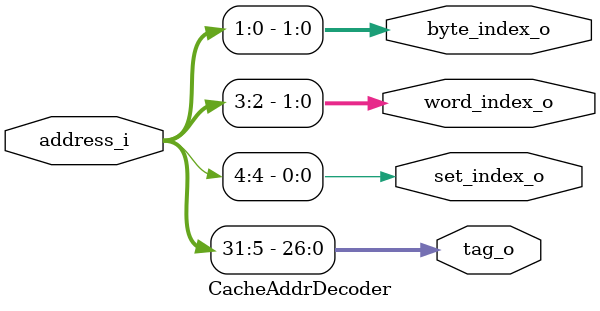
<source format=sv>
module CacheAddrDecoder #(
    // C (in words)
    parameter WORD_CAPACITY = 8,
    // b (in words)
    parameter WORDS_PER_BLOCK = 4,
    // N (1 <= N <= B)
    parameter WAY_COUNT = 1,
    // B
    localparam BLOCK_COUNT = WORD_CAPACITY/WORDS_PER_BLOCK,
    // S
    localparam SET_COUNT = BLOCK_COUNT/WAY_COUNT,
    parameter ADDR_BITS = 32,
    parameter WORD_BITS = 32,
    localparam BYTES_PER_WORD = WORD_BITS/8
) (
    input logic [ADDR_BITS-1:0] address_i,
    
    output logic [ADDR_BITS-$clog2(SET_COUNT)-$clog2(WORDS_PER_BLOCK)-$clog2(BYTES_PER_WORD)-1:0] tag_o,
    output logic [$clog2(SET_COUNT)-1:0] set_index_o,
    output logic [$clog2(WORDS_PER_BLOCK)-1:0] word_index_o,
    output logic [$clog2(BYTES_PER_WORD)-1:0] byte_index_o
);
    assign {tag_o, set_index_o, word_index_o, byte_index_o} = address_i;

endmodule

</source>
